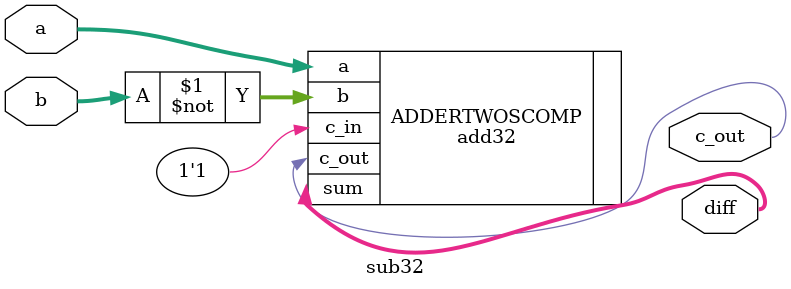
<source format=sv>
/*
  a 32 bit subtraction block
*/
module sub32(a, b, diff, c_out);

input wire [31:0] a, b;
output logic [31:0] diff;
output logic c_out;

logic [31:0] b_twos_comp;
logic carry;

add32 ADDERTWOSCOMP(
  .a(a),
  .b(~b),
  .c_in(1'b1),
  .sum(diff),
  .c_out(c_out) // unused
);

endmodule
</source>
